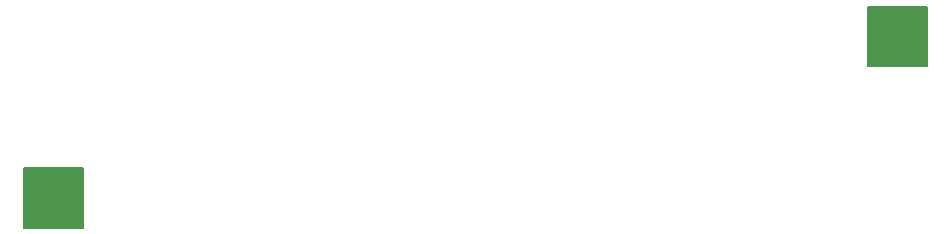
<source format=gbr>
%TF.GenerationSoftware,KiCad,Pcbnew,(6.0.9)*%
%TF.CreationDate,2023-06-16T09:03:50+03:00*%
%TF.ProjectId,pcb-design,7063622d-6465-4736-9967-6e2e6b696361,rev?*%
%TF.SameCoordinates,Original*%
%TF.FileFunction,Paste,Bot*%
%TF.FilePolarity,Positive*%
%FSLAX46Y46*%
G04 Gerber Fmt 4.6, Leading zero omitted, Abs format (unit mm)*
G04 Created by KiCad (PCBNEW (6.0.9)) date 2023-06-16 09:03:50*
%MOMM*%
%LPD*%
G01*
G04 APERTURE LIST*
%ADD10C,0.150000*%
G04 APERTURE END LIST*
D10*
X160500000Y-94300000D02*
X165500000Y-94300000D01*
X165500000Y-94300000D02*
X165500000Y-99300000D01*
X165500000Y-99300000D02*
X160500000Y-99300000D01*
X160500000Y-99300000D02*
X160500000Y-94300000D01*
G36*
X160500000Y-94300000D02*
G01*
X165500000Y-94300000D01*
X165500000Y-99300000D01*
X160500000Y-99300000D01*
X160500000Y-94300000D01*
G37*
X89000000Y-108000000D02*
X94000000Y-108000000D01*
X94000000Y-108000000D02*
X94000000Y-113000000D01*
X94000000Y-113000000D02*
X89000000Y-113000000D01*
X89000000Y-113000000D02*
X89000000Y-108000000D01*
G36*
X89000000Y-108000000D02*
G01*
X94000000Y-108000000D01*
X94000000Y-113000000D01*
X89000000Y-113000000D01*
X89000000Y-108000000D01*
G37*
M02*

</source>
